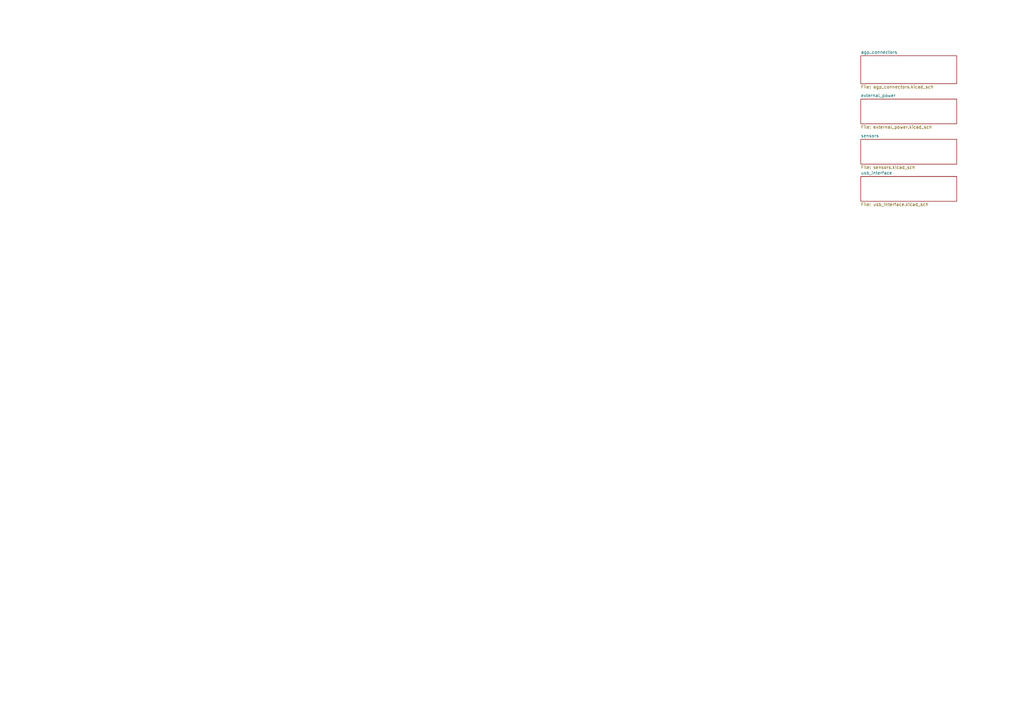
<source format=kicad_sch>
(kicad_sch
	(version 20250114)
	(generator "eeschema")
	(generator_version "9.0")
	(uuid "b5e3aa4a-ffed-46bb-b303-d214bf8490ca")
	(paper "A3")
	(lib_symbols)
	(sheet
		(at 353.06 22.86)
		(size 39.37 11.43)
		(exclude_from_sim no)
		(in_bom yes)
		(on_board yes)
		(dnp no)
		(fields_autoplaced yes)
		(stroke
			(width 0.1524)
			(type solid)
		)
		(fill
			(color 0 0 0 0.0000)
		)
		(uuid "0d58b1db-1d47-4a2c-8620-e7c6c3e8f781")
		(property "Sheetname" "agp_connectors"
			(at 353.06 22.1484 0)
			(effects
				(font
					(size 1.27 1.27)
				)
				(justify left bottom)
			)
		)
		(property "Sheetfile" "agp_connectors.kicad_sch"
			(at 353.06 34.8746 0)
			(effects
				(font
					(size 1.27 1.27)
				)
				(justify left top)
			)
		)
		(instances
			(project "apm"
				(path "/b5e3aa4a-ffed-46bb-b303-d214bf8490ca"
					(page "2")
				)
			)
		)
	)
	(sheet
		(at 353.06 40.64)
		(size 39.37 10.16)
		(exclude_from_sim no)
		(in_bom yes)
		(on_board yes)
		(dnp no)
		(fields_autoplaced yes)
		(stroke
			(width 0.1524)
			(type solid)
		)
		(fill
			(color 0 0 0 0.0000)
		)
		(uuid "19c146e1-8334-4955-a879-b5bfee25a864")
		(property "Sheetname" "external_power"
			(at 353.06 39.9284 0)
			(effects
				(font
					(size 1.27 1.27)
				)
				(justify left bottom)
			)
		)
		(property "Sheetfile" "external_power.kicad_sch"
			(at 353.06 51.3846 0)
			(effects
				(font
					(size 1.27 1.27)
				)
				(justify left top)
			)
		)
		(instances
			(project "apm"
				(path "/b5e3aa4a-ffed-46bb-b303-d214bf8490ca"
					(page "3")
				)
			)
		)
	)
	(sheet
		(at 353.06 57.15)
		(size 39.37 10.16)
		(exclude_from_sim no)
		(in_bom yes)
		(on_board yes)
		(dnp no)
		(fields_autoplaced yes)
		(stroke
			(width 0.1524)
			(type solid)
		)
		(fill
			(color 0 0 0 0.0000)
		)
		(uuid "71298c2f-3184-41ab-b7ac-35ffa75dca74")
		(property "Sheetname" "sensors"
			(at 353.06 56.4384 0)
			(effects
				(font
					(size 1.27 1.27)
				)
				(justify left bottom)
			)
		)
		(property "Sheetfile" "sensors.kicad_sch"
			(at 353.06 67.8946 0)
			(effects
				(font
					(size 1.27 1.27)
				)
				(justify left top)
			)
		)
		(instances
			(project "apm"
				(path "/b5e3aa4a-ffed-46bb-b303-d214bf8490ca"
					(page "4")
				)
			)
		)
	)
	(sheet
		(at 353.06 72.39)
		(size 39.37 10.16)
		(exclude_from_sim no)
		(in_bom yes)
		(on_board yes)
		(dnp no)
		(fields_autoplaced yes)
		(stroke
			(width 0.1524)
			(type solid)
		)
		(fill
			(color 0 0 0 0.0000)
		)
		(uuid "ff7dee63-7aa8-4626-b023-100f67575a87")
		(property "Sheetname" "usb_interface"
			(at 353.06 71.6784 0)
			(effects
				(font
					(size 1.27 1.27)
				)
				(justify left bottom)
			)
		)
		(property "Sheetfile" "usb_interface.kicad_sch"
			(at 353.06 83.1346 0)
			(effects
				(font
					(size 1.27 1.27)
				)
				(justify left top)
			)
		)
		(instances
			(project "apm"
				(path "/b5e3aa4a-ffed-46bb-b303-d214bf8490ca"
					(page "5")
				)
			)
		)
	)
	(sheet_instances
		(path "/"
			(page "1")
		)
	)
	(embedded_fonts no)
)

</source>
